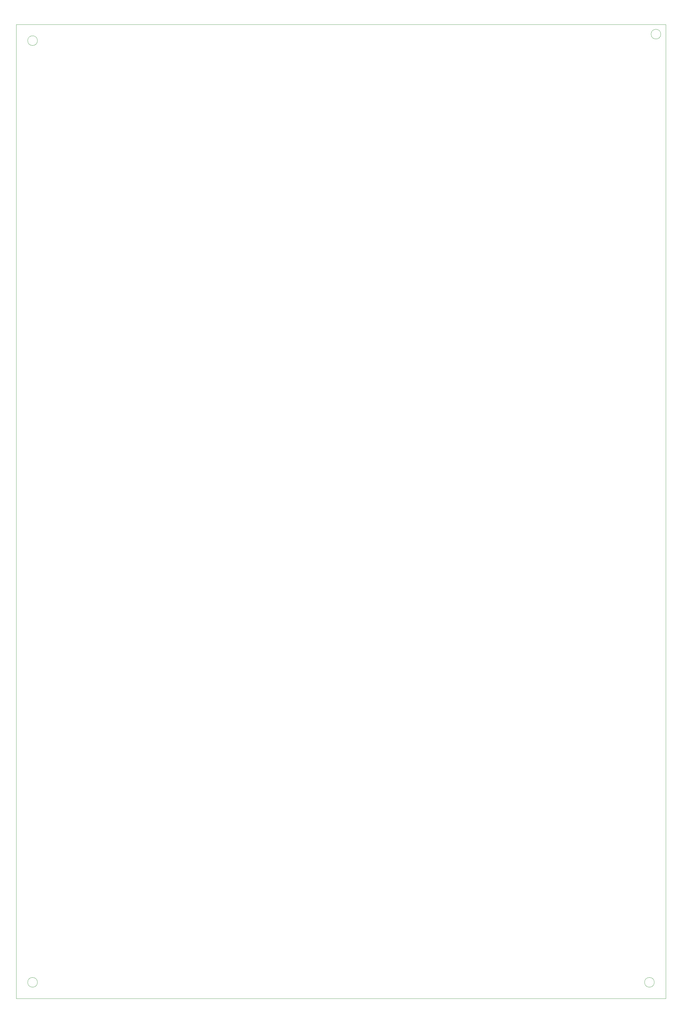
<source format=gbr>
G04 #@! TF.GenerationSoftware,KiCad,Pcbnew,8.0.2*
G04 #@! TF.CreationDate,2024-05-23T12:11:11+02:00*
G04 #@! TF.ProjectId,final-memory,66696e61-6c2d-46d6-956d-6f72792e6b69,rev?*
G04 #@! TF.SameCoordinates,Original*
G04 #@! TF.FileFunction,Profile,NP*
%FSLAX46Y46*%
G04 Gerber Fmt 4.6, Leading zero omitted, Abs format (unit mm)*
G04 Created by KiCad (PCBNEW 8.0.2) date 2024-05-23 12:11:11*
%MOMM*%
%LPD*%
G01*
G04 APERTURE LIST*
G04 #@! TA.AperFunction,Profile*
%ADD10C,0.050000*%
G04 #@! TD*
G04 APERTURE END LIST*
D10*
X49171572Y-46000000D02*
X249171572Y-46000000D01*
X249171572Y-346000000D01*
X49171572Y-346000000D01*
X49171572Y-46000000D01*
X55671572Y-341000000D02*
G75*
G02*
X52671572Y-341000000I-1500000J0D01*
G01*
X52671572Y-341000000D02*
G75*
G02*
X55671572Y-341000000I1500000J0D01*
G01*
X55671572Y-51000000D02*
G75*
G02*
X52671572Y-51000000I-1500000J0D01*
G01*
X52671572Y-51000000D02*
G75*
G02*
X55671572Y-51000000I1500000J0D01*
G01*
X247671572Y-49000000D02*
G75*
G02*
X244671572Y-49000000I-1500000J0D01*
G01*
X244671572Y-49000000D02*
G75*
G02*
X247671572Y-49000000I1500000J0D01*
G01*
X245671572Y-341000000D02*
G75*
G02*
X242671572Y-341000000I-1500000J0D01*
G01*
X242671572Y-341000000D02*
G75*
G02*
X245671572Y-341000000I1500000J0D01*
G01*
M02*

</source>
